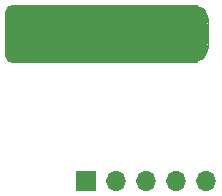
<source format=gbr>
%TF.GenerationSoftware,KiCad,Pcbnew,9.0.1*%
%TF.CreationDate,2025-06-09T22:47:13-04:00*%
%TF.ProjectId,blankBusinessCard,626c616e-6b42-4757-9369-6e6573734361,rev?*%
%TF.SameCoordinates,Original*%
%TF.FileFunction,Soldermask,Bot*%
%TF.FilePolarity,Negative*%
%FSLAX46Y46*%
G04 Gerber Fmt 4.6, Leading zero omitted, Abs format (unit mm)*
G04 Created by KiCad (PCBNEW 9.0.1) date 2025-06-09 22:47:13*
%MOMM*%
%LPD*%
G01*
G04 APERTURE LIST*
G04 Aperture macros list*
%AMRoundRect*
0 Rectangle with rounded corners*
0 $1 Rounding radius*
0 $2 $3 $4 $5 $6 $7 $8 $9 X,Y pos of 4 corners*
0 Add a 4 corners polygon primitive as box body*
4,1,4,$2,$3,$4,$5,$6,$7,$8,$9,$2,$3,0*
0 Add four circle primitives for the rounded corners*
1,1,$1+$1,$2,$3*
1,1,$1+$1,$4,$5*
1,1,$1+$1,$6,$7*
1,1,$1+$1,$8,$9*
0 Add four rect primitives between the rounded corners*
20,1,$1+$1,$2,$3,$4,$5,0*
20,1,$1+$1,$4,$5,$6,$7,0*
20,1,$1+$1,$6,$7,$8,$9,0*
20,1,$1+$1,$8,$9,$2,$3,0*%
G04 Aperture macros list end*
%ADD10C,0.100000*%
%ADD11C,1.200000*%
%ADD12RoundRect,0.581625X-0.581625X-1.878375X0.581625X-1.878375X0.581625X1.878375X-0.581625X1.878375X0*%
%ADD13R,1.700000X1.700000*%
%ADD14O,1.700000X1.700000*%
G04 APERTURE END LIST*
D10*
%TO.C,J1*%
X93972400Y-32326398D02*
X93972400Y-34826398D01*
D11*
X93422400Y-32326398D02*
G75*
G02*
X92222400Y-32326398I-600000J0D01*
G01*
X92222400Y-32326398D02*
G75*
G02*
X93422400Y-32326398I600000J0D01*
G01*
X93422402Y-34826400D02*
G75*
G02*
X92222402Y-34826400I-600000J0D01*
G01*
X92222402Y-34826400D02*
G75*
G02*
X93422402Y-34826400I600000J0D01*
G01*
D10*
X93022402Y-35976400D02*
X77247002Y-35976400D01*
X77247002Y-31176399D01*
X93022402Y-31176399D01*
X93022402Y-35976400D01*
G36*
X93022402Y-35976400D02*
G01*
X77247002Y-35976400D01*
X77247002Y-31176399D01*
X93022402Y-31176399D01*
X93022402Y-35976400D01*
G37*
X93972400Y-32726400D02*
X93972400Y-34376400D01*
X91872400Y-35126400D01*
X91672402Y-34826400D01*
X91672400Y-32326398D01*
X93972400Y-32726400D01*
G36*
X93972400Y-32726400D02*
G01*
X93972400Y-34376400D01*
X91872400Y-35126400D01*
X91672402Y-34826400D01*
X91672400Y-32326398D01*
X93972400Y-32726400D01*
G37*
%TD*%
D12*
%TO.C,J1*%
X77955650Y-33586400D03*
%TD*%
D13*
%TO.C,J2*%
X83667600Y-46075600D03*
D14*
X86207600Y-46075600D03*
X88747600Y-46075600D03*
X91287600Y-46075600D03*
X93827600Y-46075600D03*
%TD*%
M02*

</source>
